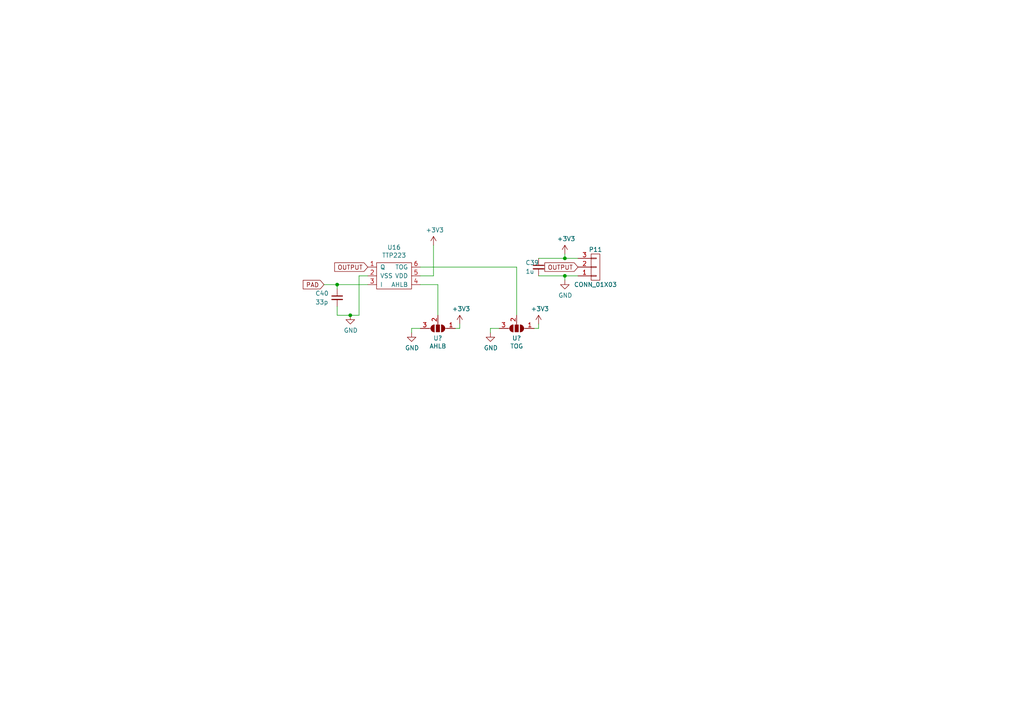
<source format=kicad_sch>
(kicad_sch (version 20211123) (generator eeschema)

  (uuid 1bce2362-d6fc-46d0-bd2a-d6c453457383)

  (paper "A4")

  (lib_symbols
    (symbol "Jumper:SolderJumper_3_Open" (pin_names (offset 0) hide) (in_bom yes) (on_board yes)
      (property "Reference" "JP" (id 0) (at -2.54 -2.54 0)
        (effects (font (size 1.27 1.27)))
      )
      (property "Value" "SolderJumper_3_Open" (id 1) (at 0 2.794 0)
        (effects (font (size 1.27 1.27)))
      )
      (property "Footprint" "" (id 2) (at 0 0 0)
        (effects (font (size 1.27 1.27)) hide)
      )
      (property "Datasheet" "~" (id 3) (at 0 0 0)
        (effects (font (size 1.27 1.27)) hide)
      )
      (property "ki_keywords" "Solder Jumper SPDT" (id 4) (at 0 0 0)
        (effects (font (size 1.27 1.27)) hide)
      )
      (property "ki_description" "Solder Jumper, 3-pole, open" (id 5) (at 0 0 0)
        (effects (font (size 1.27 1.27)) hide)
      )
      (property "ki_fp_filters" "SolderJumper*Open*" (id 6) (at 0 0 0)
        (effects (font (size 1.27 1.27)) hide)
      )
      (symbol "SolderJumper_3_Open_0_1"
        (arc (start -1.016 1.016) (mid -2.032 0) (end -1.016 -1.016)
          (stroke (width 0) (type default) (color 0 0 0 0))
          (fill (type none))
        )
        (arc (start -1.016 1.016) (mid -2.032 0) (end -1.016 -1.016)
          (stroke (width 0) (type default) (color 0 0 0 0))
          (fill (type outline))
        )
        (rectangle (start -0.508 1.016) (end 0.508 -1.016)
          (stroke (width 0) (type default) (color 0 0 0 0))
          (fill (type outline))
        )
        (polyline
          (pts
            (xy -2.54 0)
            (xy -2.032 0)
          )
          (stroke (width 0) (type default) (color 0 0 0 0))
          (fill (type none))
        )
        (polyline
          (pts
            (xy -1.016 1.016)
            (xy -1.016 -1.016)
          )
          (stroke (width 0) (type default) (color 0 0 0 0))
          (fill (type none))
        )
        (polyline
          (pts
            (xy 0 -1.27)
            (xy 0 -1.016)
          )
          (stroke (width 0) (type default) (color 0 0 0 0))
          (fill (type none))
        )
        (polyline
          (pts
            (xy 1.016 1.016)
            (xy 1.016 -1.016)
          )
          (stroke (width 0) (type default) (color 0 0 0 0))
          (fill (type none))
        )
        (polyline
          (pts
            (xy 2.54 0)
            (xy 2.032 0)
          )
          (stroke (width 0) (type default) (color 0 0 0 0))
          (fill (type none))
        )
        (arc (start 1.016 -1.016) (mid 2.032 0) (end 1.016 1.016)
          (stroke (width 0) (type default) (color 0 0 0 0))
          (fill (type none))
        )
        (arc (start 1.016 -1.016) (mid 2.032 0) (end 1.016 1.016)
          (stroke (width 0) (type default) (color 0 0 0 0))
          (fill (type outline))
        )
      )
      (symbol "SolderJumper_3_Open_1_1"
        (pin passive line (at -5.08 0 0) (length 2.54)
          (name "A" (effects (font (size 1.27 1.27))))
          (number "1" (effects (font (size 1.27 1.27))))
        )
        (pin passive line (at 0 -3.81 90) (length 2.54)
          (name "C" (effects (font (size 1.27 1.27))))
          (number "2" (effects (font (size 1.27 1.27))))
        )
        (pin passive line (at 5.08 0 180) (length 2.54)
          (name "B" (effects (font (size 1.27 1.27))))
          (number "3" (effects (font (size 1.27 1.27))))
        )
      )
    )
    (symbol "TTP223:TTP223" (pin_names (offset 1.016)) (in_bom yes) (on_board yes)
      (property "Reference" "U" (id 0) (at -3.81 5.08 0)
        (effects (font (size 1.27 1.27)))
      )
      (property "Value" "TTP223" (id 1) (at 2.54 -5.08 0)
        (effects (font (size 1.27 1.27)))
      )
      (property "Footprint" "" (id 2) (at 0 0 0)
        (effects (font (size 1.27 1.27)) hide)
      )
      (property "Datasheet" "" (id 3) (at 0 0 0)
        (effects (font (size 1.27 1.27)) hide)
      )
      (symbol "TTP223_0_1"
        (rectangle (start -5.08 3.81) (end 5.08 -3.81)
          (stroke (width 0) (type default) (color 0 0 0 0))
          (fill (type none))
        )
      )
      (symbol "TTP223_1_1"
        (pin output line (at -7.62 2.54 0) (length 2.54)
          (name "Q" (effects (font (size 1.27 1.27))))
          (number "1" (effects (font (size 1.27 1.27))))
        )
        (pin power_in line (at -7.62 0 0) (length 2.54)
          (name "VSS" (effects (font (size 1.27 1.27))))
          (number "2" (effects (font (size 1.27 1.27))))
        )
        (pin bidirectional line (at -7.62 -2.54 0) (length 2.54)
          (name "I" (effects (font (size 1.27 1.27))))
          (number "3" (effects (font (size 1.27 1.27))))
        )
        (pin input line (at 7.62 -2.54 180) (length 2.54)
          (name "AHLB" (effects (font (size 1.27 1.27))))
          (number "4" (effects (font (size 1.27 1.27))))
        )
        (pin power_in line (at 7.62 0 180) (length 2.54)
          (name "VDD" (effects (font (size 1.27 1.27))))
          (number "5" (effects (font (size 1.27 1.27))))
        )
        (pin input line (at 7.62 2.54 180) (length 2.54)
          (name "TOG" (effects (font (size 1.27 1.27))))
          (number "6" (effects (font (size 1.27 1.27))))
        )
      )
    )
    (symbol "conn:CONN_01X03" (pin_names (offset 1.016) hide) (in_bom yes) (on_board yes)
      (property "Reference" "P" (id 0) (at 0 5.08 0)
        (effects (font (size 1.27 1.27)))
      )
      (property "Value" "CONN_01X03" (id 1) (at 2.54 0 90)
        (effects (font (size 1.27 1.27)))
      )
      (property "Footprint" "" (id 2) (at 0 0 0)
        (effects (font (size 1.27 1.27)))
      )
      (property "Datasheet" "" (id 3) (at 0 0 0)
        (effects (font (size 1.27 1.27)))
      )
      (property "ki_fp_filters" "Pin_Header_Straight_1X03 Pin_Header_Angled_1X03 Socket_Strip_Straight_1X03 Socket_Strip_Angled_1X03" (id 4) (at 0 0 0)
        (effects (font (size 1.27 1.27)) hide)
      )
      (symbol "CONN_01X03_0_1"
        (rectangle (start -1.27 -2.413) (end 0.254 -2.667)
          (stroke (width 0) (type default) (color 0 0 0 0))
          (fill (type none))
        )
        (rectangle (start -1.27 0.127) (end 0.254 -0.127)
          (stroke (width 0) (type default) (color 0 0 0 0))
          (fill (type none))
        )
        (rectangle (start -1.27 2.667) (end 0.254 2.413)
          (stroke (width 0) (type default) (color 0 0 0 0))
          (fill (type none))
        )
        (rectangle (start -1.27 3.81) (end 1.27 -3.81)
          (stroke (width 0) (type default) (color 0 0 0 0))
          (fill (type none))
        )
      )
      (symbol "CONN_01X03_1_1"
        (pin passive line (at -5.08 2.54 0) (length 3.81)
          (name "P1" (effects (font (size 1.27 1.27))))
          (number "1" (effects (font (size 1.27 1.27))))
        )
        (pin passive line (at -5.08 0 0) (length 3.81)
          (name "P2" (effects (font (size 1.27 1.27))))
          (number "2" (effects (font (size 1.27 1.27))))
        )
        (pin passive line (at -5.08 -2.54 0) (length 3.81)
          (name "P3" (effects (font (size 1.27 1.27))))
          (number "3" (effects (font (size 1.27 1.27))))
        )
      )
    )
    (symbol "device:C_Small" (pin_numbers hide) (pin_names (offset 0.254) hide) (in_bom yes) (on_board yes)
      (property "Reference" "C" (id 0) (at 0.254 1.778 0)
        (effects (font (size 1.27 1.27)) (justify left))
      )
      (property "Value" "C_Small" (id 1) (at 0.254 -2.032 0)
        (effects (font (size 1.27 1.27)) (justify left))
      )
      (property "Footprint" "" (id 2) (at 0 0 0)
        (effects (font (size 1.27 1.27)))
      )
      (property "Datasheet" "" (id 3) (at 0 0 0)
        (effects (font (size 1.27 1.27)))
      )
      (property "ki_fp_filters" "C? C_????_* C_???? SMD*_c Capacitor*" (id 4) (at 0 0 0)
        (effects (font (size 1.27 1.27)) hide)
      )
      (symbol "C_Small_0_1"
        (polyline
          (pts
            (xy -1.524 -0.508)
            (xy 1.524 -0.508)
          )
          (stroke (width 0.3302) (type default) (color 0 0 0 0))
          (fill (type none))
        )
        (polyline
          (pts
            (xy -1.524 0.508)
            (xy 1.524 0.508)
          )
          (stroke (width 0.3048) (type default) (color 0 0 0 0))
          (fill (type none))
        )
      )
      (symbol "C_Small_1_1"
        (pin passive line (at 0 2.54 270) (length 1.905)
          (name "~" (effects (font (size 1.016 1.016))))
          (number "1" (effects (font (size 1.016 1.016))))
        )
        (pin passive line (at 0 -2.54 90) (length 2.032)
          (name "~" (effects (font (size 1.016 1.016))))
          (number "2" (effects (font (size 1.016 1.016))))
        )
      )
    )
    (symbol "power:+3V3" (power) (pin_names (offset 0)) (in_bom yes) (on_board yes)
      (property "Reference" "#PWR" (id 0) (at 0 -3.81 0)
        (effects (font (size 1.27 1.27)) hide)
      )
      (property "Value" "+3V3" (id 1) (at 0 3.556 0)
        (effects (font (size 1.27 1.27)))
      )
      (property "Footprint" "" (id 2) (at 0 0 0)
        (effects (font (size 1.27 1.27)) hide)
      )
      (property "Datasheet" "" (id 3) (at 0 0 0)
        (effects (font (size 1.27 1.27)) hide)
      )
      (property "ki_keywords" "power-flag" (id 4) (at 0 0 0)
        (effects (font (size 1.27 1.27)) hide)
      )
      (property "ki_description" "Power symbol creates a global label with name \"+3V3\"" (id 5) (at 0 0 0)
        (effects (font (size 1.27 1.27)) hide)
      )
      (symbol "+3V3_0_1"
        (polyline
          (pts
            (xy -0.762 1.27)
            (xy 0 2.54)
          )
          (stroke (width 0) (type default) (color 0 0 0 0))
          (fill (type none))
        )
        (polyline
          (pts
            (xy 0 0)
            (xy 0 2.54)
          )
          (stroke (width 0) (type default) (color 0 0 0 0))
          (fill (type none))
        )
        (polyline
          (pts
            (xy 0 2.54)
            (xy 0.762 1.27)
          )
          (stroke (width 0) (type default) (color 0 0 0 0))
          (fill (type none))
        )
      )
      (symbol "+3V3_1_1"
        (pin power_in line (at 0 0 90) (length 0) hide
          (name "+3V3" (effects (font (size 1.27 1.27))))
          (number "1" (effects (font (size 1.27 1.27))))
        )
      )
    )
    (symbol "power:GND" (power) (pin_names (offset 0)) (in_bom yes) (on_board yes)
      (property "Reference" "#PWR" (id 0) (at 0 -6.35 0)
        (effects (font (size 1.27 1.27)) hide)
      )
      (property "Value" "GND" (id 1) (at 0 -3.81 0)
        (effects (font (size 1.27 1.27)))
      )
      (property "Footprint" "" (id 2) (at 0 0 0)
        (effects (font (size 1.27 1.27)) hide)
      )
      (property "Datasheet" "" (id 3) (at 0 0 0)
        (effects (font (size 1.27 1.27)) hide)
      )
      (property "ki_keywords" "power-flag" (id 4) (at 0 0 0)
        (effects (font (size 1.27 1.27)) hide)
      )
      (property "ki_description" "Power symbol creates a global label with name \"GND\" , ground" (id 5) (at 0 0 0)
        (effects (font (size 1.27 1.27)) hide)
      )
      (symbol "GND_0_1"
        (polyline
          (pts
            (xy 0 0)
            (xy 0 -1.27)
            (xy 1.27 -1.27)
            (xy 0 -2.54)
            (xy -1.27 -1.27)
            (xy 0 -1.27)
          )
          (stroke (width 0) (type default) (color 0 0 0 0))
          (fill (type none))
        )
      )
      (symbol "GND_1_1"
        (pin power_in line (at 0 0 270) (length 0) hide
          (name "GND" (effects (font (size 1.27 1.27))))
          (number "1" (effects (font (size 1.27 1.27))))
        )
      )
    )
  )

  (junction (at 101.6 91.44) (diameter 0) (color 0 0 0 0)
    (uuid 0482b744-3299-4cf0-b35c-8f31aeaae93d)
  )
  (junction (at 163.83 74.93) (diameter 0) (color 0 0 0 0)
    (uuid 11683d00-8805-45a7-81c8-76143b16a885)
  )
  (junction (at 97.79 82.55) (diameter 0) (color 0 0 0 0)
    (uuid 36fab1a2-9d2e-4b43-9d6e-c85ef528e88b)
  )
  (junction (at 163.83 80.01) (diameter 0) (color 0 0 0 0)
    (uuid 3ca3a94e-f8ca-4eec-be72-88a2adcdf45e)
  )

  (wire (pts (xy 97.79 83.82) (xy 97.79 82.55))
    (stroke (width 0) (type default) (color 0 0 0 0))
    (uuid 109407fb-c3e1-4166-afe4-2916164717c0)
  )
  (wire (pts (xy 163.83 80.01) (xy 163.83 81.28))
    (stroke (width 0) (type default) (color 0 0 0 0))
    (uuid 290fae7b-0786-40e4-874c-17cf7e9eda2b)
  )
  (wire (pts (xy 163.83 74.93) (xy 156.21 74.93))
    (stroke (width 0) (type default) (color 0 0 0 0))
    (uuid 29910283-1738-4e71-af64-b88afdc30d16)
  )
  (wire (pts (xy 133.35 95.25) (xy 133.35 93.98))
    (stroke (width 0) (type default) (color 0 0 0 0))
    (uuid 347c8b8c-da60-4b06-b4b2-bc20ecd47860)
  )
  (wire (pts (xy 93.98 82.55) (xy 97.79 82.55))
    (stroke (width 0) (type default) (color 0 0 0 0))
    (uuid 434e7be7-7aac-4148-b68d-cd7c7e264901)
  )
  (wire (pts (xy 142.24 95.25) (xy 142.24 96.52))
    (stroke (width 0) (type default) (color 0 0 0 0))
    (uuid 4bdeb545-7520-47b6-895c-524cdf15b5af)
  )
  (wire (pts (xy 121.92 80.01) (xy 125.73 80.01))
    (stroke (width 0) (type default) (color 0 0 0 0))
    (uuid 51ff4358-974e-4001-83d2-0df7b14d0c17)
  )
  (wire (pts (xy 97.79 91.44) (xy 101.6 91.44))
    (stroke (width 0) (type default) (color 0 0 0 0))
    (uuid 55758aa0-ae1d-492a-b1a0-02638a49901f)
  )
  (wire (pts (xy 97.79 88.9) (xy 97.79 91.44))
    (stroke (width 0) (type default) (color 0 0 0 0))
    (uuid 71c2b553-c431-41c4-a85c-cfc76edbc1ed)
  )
  (wire (pts (xy 125.73 80.01) (xy 125.73 71.12))
    (stroke (width 0) (type default) (color 0 0 0 0))
    (uuid 72717cb5-ce41-457e-8f7b-bb47e2270ba7)
  )
  (wire (pts (xy 119.38 96.52) (xy 119.38 95.25))
    (stroke (width 0) (type default) (color 0 0 0 0))
    (uuid 74cb2652-9aba-4156-b3c8-519ffb742c8b)
  )
  (wire (pts (xy 101.6 91.44) (xy 104.14 91.44))
    (stroke (width 0) (type default) (color 0 0 0 0))
    (uuid 83b43747-a2ed-4bac-8bed-0763e82b362b)
  )
  (wire (pts (xy 106.68 80.01) (xy 104.14 80.01))
    (stroke (width 0) (type default) (color 0 0 0 0))
    (uuid 8503f265-0b4c-4b3c-896a-d8c57224cd9c)
  )
  (wire (pts (xy 167.64 74.93) (xy 163.83 74.93))
    (stroke (width 0) (type default) (color 0 0 0 0))
    (uuid 8b961de2-0272-47f2-ab9d-2623580937ac)
  )
  (wire (pts (xy 132.08 95.25) (xy 133.35 95.25))
    (stroke (width 0) (type default) (color 0 0 0 0))
    (uuid 922bd860-a174-440b-8a63-a9d144c345b9)
  )
  (wire (pts (xy 163.83 80.01) (xy 156.21 80.01))
    (stroke (width 0) (type default) (color 0 0 0 0))
    (uuid 94a2ba3b-c4b9-4e0a-add2-b67067f6f4e8)
  )
  (wire (pts (xy 149.86 77.47) (xy 149.86 91.44))
    (stroke (width 0) (type default) (color 0 0 0 0))
    (uuid a365e2fa-5266-472b-a9a3-554733608572)
  )
  (wire (pts (xy 121.92 82.55) (xy 127 82.55))
    (stroke (width 0) (type default) (color 0 0 0 0))
    (uuid a39f3309-4a50-4397-8154-5ef467f76c6c)
  )
  (wire (pts (xy 97.79 82.55) (xy 106.68 82.55))
    (stroke (width 0) (type default) (color 0 0 0 0))
    (uuid b91b6886-4159-4b09-b1ab-20f0fd1fbe37)
  )
  (wire (pts (xy 119.38 95.25) (xy 121.92 95.25))
    (stroke (width 0) (type default) (color 0 0 0 0))
    (uuid b98d38f7-f644-4186-b224-fd6106430808)
  )
  (wire (pts (xy 127 82.55) (xy 127 91.44))
    (stroke (width 0) (type default) (color 0 0 0 0))
    (uuid bbb4bbd5-1ed5-4fd7-a3c0-6b68bc4b86cf)
  )
  (wire (pts (xy 154.94 95.25) (xy 156.21 95.25))
    (stroke (width 0) (type default) (color 0 0 0 0))
    (uuid bc1bed48-f9dc-4d8d-abea-397a7277b38a)
  )
  (wire (pts (xy 144.78 95.25) (xy 142.24 95.25))
    (stroke (width 0) (type default) (color 0 0 0 0))
    (uuid bf261b81-a758-451d-8d1f-d2d4ae91477c)
  )
  (wire (pts (xy 104.14 80.01) (xy 104.14 91.44))
    (stroke (width 0) (type default) (color 0 0 0 0))
    (uuid bf9be3f7-0f4c-421e-be8f-41c915c1abb1)
  )
  (wire (pts (xy 156.21 95.25) (xy 156.21 93.98))
    (stroke (width 0) (type default) (color 0 0 0 0))
    (uuid d32bc0cf-6580-4f64-9f75-63a9cdfba9b4)
  )
  (wire (pts (xy 163.83 74.93) (xy 163.83 73.66))
    (stroke (width 0) (type default) (color 0 0 0 0))
    (uuid de60bf84-67ff-41fd-b0db-6db793a0298b)
  )
  (wire (pts (xy 167.64 80.01) (xy 163.83 80.01))
    (stroke (width 0) (type default) (color 0 0 0 0))
    (uuid e06c14fd-bef4-4250-8e4f-f37427fd0ad0)
  )
  (wire (pts (xy 121.92 77.47) (xy 149.86 77.47))
    (stroke (width 0) (type default) (color 0 0 0 0))
    (uuid f825a521-9575-47e0-a5ed-a13736106ab9)
  )

  (global_label "OUTPUT" (shape input) (at 167.64 77.47 180) (fields_autoplaced)
    (effects (font (size 1.27 1.27)) (justify right))
    (uuid 393657cd-6f90-4c6a-9c21-e0a50426e96e)
    (property "Intersheet References" "${INTERSHEET_REFS}" (id 0) (at 0 0 0)
      (effects (font (size 1.27 1.27)) hide)
    )
  )
  (global_label "OUTPUT" (shape input) (at 106.68 77.47 180) (fields_autoplaced)
    (effects (font (size 1.27 1.27)) (justify right))
    (uuid 9412e97f-acb1-4baa-8ddf-331a356f4210)
    (property "Intersheet References" "${INTERSHEET_REFS}" (id 0) (at 0 0 0)
      (effects (font (size 1.27 1.27)) hide)
    )
  )
  (global_label "PAD" (shape input) (at 93.98 82.55 180) (fields_autoplaced)
    (effects (font (size 1.27 1.27)) (justify right))
    (uuid 9e69d846-8814-4128-a1f5-d1c6547f2e61)
    (property "Intersheet References" "${INTERSHEET_REFS}" (id 0) (at 0 0 0)
      (effects (font (size 1.27 1.27)) hide)
    )
  )

  (symbol (lib_id "TTP223:TTP223") (at 114.3 80.01 0) (unit 1)
    (in_bom yes) (on_board yes)
    (uuid 00000000-0000-0000-0000-00005ea458a5)
    (property "Reference" "U16" (id 0) (at 114.3 71.755 0))
    (property "Value" "TTP223" (id 1) (at 114.3 74.0664 0))
    (property "Footprint" "Package_TO_SOT_SMD:SOT-23-6" (id 2) (at 114.3 80.01 0)
      (effects (font (size 1.27 1.27)) hide)
    )
    (property "Datasheet" "" (id 3) (at 114.3 80.01 0)
      (effects (font (size 1.27 1.27)) hide)
    )
    (pin "1" (uuid f993f504-8252-4048-8b1d-70072ca23250))
    (pin "2" (uuid d391aa2f-39df-4a24-aa05-2008c5d38db7))
    (pin "3" (uuid da0e061a-dfcb-4fd3-a4d8-354a4e26efb1))
    (pin "4" (uuid c8be08fd-d272-4b24-a38f-f312ca68a11b))
    (pin "5" (uuid 7318d6bc-4d60-47b7-94ec-f9e40ffbf637))
    (pin "6" (uuid 606fea5e-dcb5-4f50-bd80-3add2ef8c821))
  )

  (symbol (lib_id "power:GND") (at 101.6 91.44 0) (unit 1)
    (in_bom yes) (on_board yes)
    (uuid 00000000-0000-0000-0000-00005ea45aaa)
    (property "Reference" "#PWR014" (id 0) (at 101.6 97.79 0)
      (effects (font (size 1.27 1.27)) hide)
    )
    (property "Value" "GND" (id 1) (at 101.727 95.8342 0))
    (property "Footprint" "" (id 2) (at 101.6 91.44 0)
      (effects (font (size 1.27 1.27)) hide)
    )
    (property "Datasheet" "" (id 3) (at 101.6 91.44 0)
      (effects (font (size 1.27 1.27)) hide)
    )
    (pin "1" (uuid 1e6ae588-3be5-4e69-9f9f-688a6f8cc9d5))
  )

  (symbol (lib_id "power:+3V3") (at 125.73 71.12 0) (unit 1)
    (in_bom yes) (on_board yes)
    (uuid 00000000-0000-0000-0000-00005ea45af4)
    (property "Reference" "#PWR011" (id 0) (at 125.73 74.93 0)
      (effects (font (size 1.27 1.27)) hide)
    )
    (property "Value" "+3V3" (id 1) (at 126.111 66.7258 0))
    (property "Footprint" "" (id 2) (at 125.73 71.12 0)
      (effects (font (size 1.27 1.27)) hide)
    )
    (property "Datasheet" "" (id 3) (at 125.73 71.12 0)
      (effects (font (size 1.27 1.27)) hide)
    )
    (pin "1" (uuid cc3ecc63-7a9c-48b5-be77-2d45768a2737))
  )

  (symbol (lib_id "Jumper:SolderJumper_3_Open") (at 127 95.25 180) (unit 1)
    (in_bom yes) (on_board yes)
    (uuid 00000000-0000-0000-0000-00005ea45c28)
    (property "Reference" "" (id 0) (at 127 98.0948 0))
    (property "Value" "AHLB" (id 1) (at 127 100.4062 0))
    (property "Footprint" "Jumper:SolderJumper-3_P1.3mm_Open_RoundedPad1.0x1.5mm" (id 2) (at 127 95.25 0)
      (effects (font (size 1.27 1.27)) hide)
    )
    (property "Datasheet" "~" (id 3) (at 127 95.25 0)
      (effects (font (size 1.27 1.27)) hide)
    )
    (pin "1" (uuid 21367989-332c-4b7a-868c-8808342af2cc))
    (pin "2" (uuid 76cbc5be-a80e-4f8a-bd8f-76da08541961))
    (pin "3" (uuid b6578480-29a5-4527-a007-c09756dc26b7))
  )

  (symbol (lib_id "Jumper:SolderJumper_3_Open") (at 149.86 95.25 180) (unit 1)
    (in_bom yes) (on_board yes)
    (uuid 00000000-0000-0000-0000-00005ea45cc4)
    (property "Reference" "" (id 0) (at 149.86 98.0948 0))
    (property "Value" "TOG" (id 1) (at 149.86 100.4062 0))
    (property "Footprint" "Jumper:SolderJumper-3_P1.3mm_Open_RoundedPad1.0x1.5mm" (id 2) (at 149.86 95.25 0)
      (effects (font (size 1.27 1.27)) hide)
    )
    (property "Datasheet" "~" (id 3) (at 149.86 95.25 0)
      (effects (font (size 1.27 1.27)) hide)
    )
    (pin "1" (uuid 15c4e9e1-35ba-433e-b663-7fb4041c8403))
    (pin "2" (uuid eff4bff2-7ac5-4e1f-9bdf-c678fa23f80d))
    (pin "3" (uuid cd169634-908e-46de-bf55-06cbdeaeadb8))
  )

  (symbol (lib_id "power:+3V3") (at 133.35 93.98 0) (unit 1)
    (in_bom yes) (on_board yes)
    (uuid 00000000-0000-0000-0000-00005ea45e7f)
    (property "Reference" "#PWR015" (id 0) (at 133.35 97.79 0)
      (effects (font (size 1.27 1.27)) hide)
    )
    (property "Value" "+3V3" (id 1) (at 133.731 89.5858 0))
    (property "Footprint" "" (id 2) (at 133.35 93.98 0)
      (effects (font (size 1.27 1.27)) hide)
    )
    (property "Datasheet" "" (id 3) (at 133.35 93.98 0)
      (effects (font (size 1.27 1.27)) hide)
    )
    (pin "1" (uuid 6aa6a85c-35fe-446d-8dc6-b69257072aca))
  )

  (symbol (lib_id "power:+3V3") (at 156.21 93.98 0) (unit 1)
    (in_bom yes) (on_board yes)
    (uuid 00000000-0000-0000-0000-00005ea45f0b)
    (property "Reference" "#PWR016" (id 0) (at 156.21 97.79 0)
      (effects (font (size 1.27 1.27)) hide)
    )
    (property "Value" "+3V3" (id 1) (at 156.591 89.5858 0))
    (property "Footprint" "" (id 2) (at 156.21 93.98 0)
      (effects (font (size 1.27 1.27)) hide)
    )
    (property "Datasheet" "" (id 3) (at 156.21 93.98 0)
      (effects (font (size 1.27 1.27)) hide)
    )
    (pin "1" (uuid 0d8af88b-7c4e-461c-81dd-5a22d043e1b2))
  )

  (symbol (lib_id "power:GND") (at 119.38 96.52 0) (unit 1)
    (in_bom yes) (on_board yes)
    (uuid 00000000-0000-0000-0000-00005ea45fbb)
    (property "Reference" "#PWR017" (id 0) (at 119.38 102.87 0)
      (effects (font (size 1.27 1.27)) hide)
    )
    (property "Value" "GND" (id 1) (at 119.507 100.9142 0))
    (property "Footprint" "" (id 2) (at 119.38 96.52 0)
      (effects (font (size 1.27 1.27)) hide)
    )
    (property "Datasheet" "" (id 3) (at 119.38 96.52 0)
      (effects (font (size 1.27 1.27)) hide)
    )
    (pin "1" (uuid 079a369f-a92d-4081-871c-fe376f84a9cf))
  )

  (symbol (lib_id "power:GND") (at 142.24 96.52 0) (unit 1)
    (in_bom yes) (on_board yes)
    (uuid 00000000-0000-0000-0000-00005ea4608f)
    (property "Reference" "#PWR018" (id 0) (at 142.24 102.87 0)
      (effects (font (size 1.27 1.27)) hide)
    )
    (property "Value" "GND" (id 1) (at 142.367 100.9142 0))
    (property "Footprint" "" (id 2) (at 142.24 96.52 0)
      (effects (font (size 1.27 1.27)) hide)
    )
    (property "Datasheet" "" (id 3) (at 142.24 96.52 0)
      (effects (font (size 1.27 1.27)) hide)
    )
    (pin "1" (uuid d973a7dd-6833-4d77-864e-903db6e72537))
  )

  (symbol (lib_id "conn:CONN_01X03") (at 172.72 77.47 0) (mirror x) (unit 1)
    (in_bom yes) (on_board yes)
    (uuid 00000000-0000-0000-0000-00005ea7f779)
    (property "Reference" "P11" (id 0) (at 172.72 72.39 0))
    (property "Value" "CONN_01X03" (id 1) (at 172.72 82.55 0))
    (property "Footprint" "Connector_Molex:Molex_CLIK-Mate_502382-0370_1x03-1MP_P1.25mm_Vertical" (id 2) (at 172.72 77.47 0)
      (effects (font (size 1.27 1.27)) hide)
    )
    (property "Datasheet" "" (id 3) (at 172.72 77.47 0))
    (pin "1" (uuid d5becec4-df3d-4d5b-b135-9f04c1aec7d9))
    (pin "2" (uuid bce88023-9a2e-4a08-83c4-cd140dcd1d4c))
    (pin "3" (uuid 36e3a930-6d18-4278-942d-34c7c62a5379))
  )

  (symbol (lib_id "power:GND") (at 163.83 81.28 0) (unit 1)
    (in_bom yes) (on_board yes)
    (uuid 00000000-0000-0000-0000-00005ea7f881)
    (property "Reference" "#PWR013" (id 0) (at 163.83 87.63 0)
      (effects (font (size 1.27 1.27)) hide)
    )
    (property "Value" "GND" (id 1) (at 163.957 85.6742 0))
    (property "Footprint" "" (id 2) (at 163.83 81.28 0)
      (effects (font (size 1.27 1.27)) hide)
    )
    (property "Datasheet" "" (id 3) (at 163.83 81.28 0)
      (effects (font (size 1.27 1.27)) hide)
    )
    (pin "1" (uuid fdb77f80-fe7b-4f5d-a909-80cfe50eaef2))
  )

  (symbol (lib_id "power:+3V3") (at 163.83 73.66 0) (unit 1)
    (in_bom yes) (on_board yes)
    (uuid 00000000-0000-0000-0000-00005ea7f9e6)
    (property "Reference" "#PWR012" (id 0) (at 163.83 77.47 0)
      (effects (font (size 1.27 1.27)) hide)
    )
    (property "Value" "+3V3" (id 1) (at 164.211 69.2658 0))
    (property "Footprint" "" (id 2) (at 163.83 73.66 0)
      (effects (font (size 1.27 1.27)) hide)
    )
    (property "Datasheet" "" (id 3) (at 163.83 73.66 0)
      (effects (font (size 1.27 1.27)) hide)
    )
    (pin "1" (uuid 0b7f5407-f1b6-481d-afe0-0701bcdcf881))
  )

  (symbol (lib_id "device:C_Small") (at 97.79 86.36 0) (unit 1)
    (in_bom yes) (on_board yes)
    (uuid 00000000-0000-0000-0000-00005ea801ab)
    (property "Reference" "C40" (id 0) (at 91.44 85.09 0)
      (effects (font (size 1.27 1.27)) (justify left))
    )
    (property "Value" "33p" (id 1) (at 91.44 87.63 0)
      (effects (font (size 1.27 1.27)) (justify left))
    )
    (property "Footprint" "Capacitor_SMD:C_0402_1005Metric" (id 2) (at 97.79 86.36 0)
      (effects (font (size 1.27 1.27)) hide)
    )
    (property "Datasheet" "" (id 3) (at 97.79 86.36 0))
    (pin "1" (uuid 02cc3297-6ab6-4e29-9217-2e1f4bc26b54))
    (pin "2" (uuid 548fc330-1f0b-4010-b36e-91ee6bde5c2e))
  )

  (symbol (lib_id "device:C_Small") (at 156.21 77.47 0) (unit 1)
    (in_bom yes) (on_board yes)
    (uuid 00000000-0000-0000-0000-00005ea80c7a)
    (property "Reference" "C39" (id 0) (at 152.4 76.2 0)
      (effects (font (size 1.27 1.27)) (justify left))
    )
    (property "Value" "1u" (id 1) (at 152.4 78.74 0)
      (effects (font (size 1.27 1.27)) (justify left))
    )
    (property "Footprint" "Capacitor_SMD:C_0402_1005Metric" (id 2) (at 156.21 77.47 0)
      (effects (font (size 1.27 1.27)) hide)
    )
    (property "Datasheet" "" (id 3) (at 156.21 77.47 0))
    (pin "1" (uuid b49557f6-f47d-4aaf-925a-69ef0af70966))
    (pin "2" (uuid 9c77fb3c-1cf4-4aac-b062-6dc86ea5a022))
  )
)

</source>
